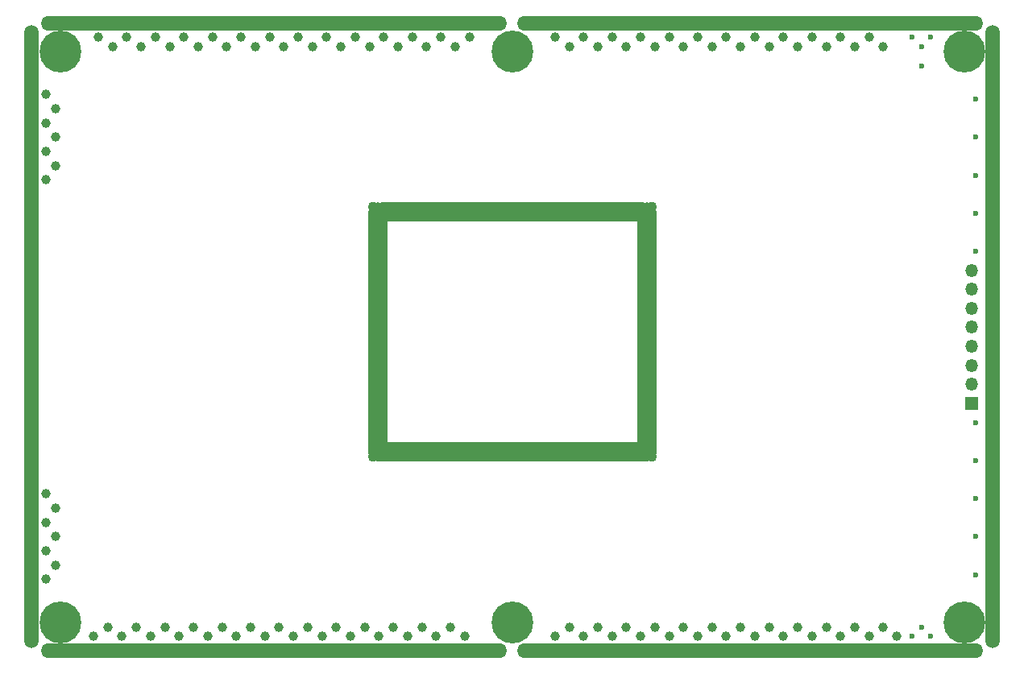
<source format=gbr>
%TF.GenerationSoftware,KiCad,Pcbnew,(5.99.0-10004-g132ec37b56)*%
%TF.CreationDate,2021-06-28T18:31:09+02:00*%
%TF.ProjectId,demo,64656d6f-2e6b-4696-9361-645f70636258,rev?*%
%TF.SameCoordinates,Original*%
%TF.FileFunction,Copper,L4,Bot*%
%TF.FilePolarity,Positive*%
%FSLAX46Y46*%
G04 Gerber Fmt 4.6, Leading zero omitted, Abs format (unit mm)*
G04 Created by KiCad (PCBNEW (5.99.0-10004-g132ec37b56)) date 2021-06-28 18:31:09*
%MOMM*%
%LPD*%
G01*
G04 APERTURE LIST*
%TA.AperFunction,ComponentPad*%
%ADD10C,0.700000*%
%TD*%
%TA.AperFunction,ComponentPad*%
%ADD11C,4.400000*%
%TD*%
%TA.AperFunction,ComponentPad*%
%ADD12C,1.100000*%
%TD*%
%TA.AperFunction,ComponentPad*%
%ADD13O,2.000000X27.200000*%
%TD*%
%TA.AperFunction,ComponentPad*%
%ADD14O,29.300000X2.000000*%
%TD*%
%TA.AperFunction,ComponentPad*%
%ADD15O,30.300000X2.000000*%
%TD*%
%TA.AperFunction,ComponentPad*%
%ADD16O,49.000000X1.524000*%
%TD*%
%TA.AperFunction,ComponentPad*%
%ADD17O,1.524000X65.500000*%
%TD*%
%TA.AperFunction,ComponentPad*%
%ADD18R,1.350000X1.350000*%
%TD*%
%TA.AperFunction,ComponentPad*%
%ADD19O,1.350000X1.350000*%
%TD*%
%TA.AperFunction,ViaPad*%
%ADD20C,0.600000*%
%TD*%
%TA.AperFunction,ViaPad*%
%ADD21C,1.000000*%
%TD*%
G04 APERTURE END LIST*
D10*
%TO.P,H10,1,1*%
%TO.N,GND*%
X158416726Y-68716726D03*
X157250000Y-65900000D03*
X158900000Y-67550000D03*
X156083274Y-66383274D03*
X156083274Y-68716726D03*
X155600000Y-67550000D03*
X158416726Y-66383274D03*
X157250000Y-69200000D03*
D11*
X157250000Y-67550000D03*
%TD*%
D10*
%TO.P,H9,1,1*%
%TO.N,GND*%
X158416726Y-126383274D03*
D11*
X157250000Y-127550000D03*
D10*
X158900000Y-127550000D03*
X157250000Y-125900000D03*
X157250000Y-129200000D03*
X158416726Y-128716726D03*
X156083274Y-128716726D03*
X155600000Y-127550000D03*
X156083274Y-126383274D03*
%TD*%
D12*
%TO.P,REF\u002A\u002A,1*%
%TO.N,N/C*%
X219400000Y-83900000D03*
D13*
X190600000Y-97000000D03*
D14*
X204750000Y-84400000D03*
D12*
X190100000Y-83900000D03*
D13*
X218900000Y-97000000D03*
D12*
X190100000Y-110100000D03*
X219400000Y-110100000D03*
D15*
X204750000Y-109600000D03*
%TD*%
D10*
%TO.P,H7,1,1*%
%TO.N,+BATT*%
X203583274Y-68716726D03*
X205916726Y-68716726D03*
X203100000Y-67550000D03*
X204750000Y-69200000D03*
D11*
X204750000Y-67550000D03*
D10*
X206400000Y-67550000D03*
X204750000Y-65900000D03*
X203583274Y-66383274D03*
X205916726Y-66383274D03*
%TD*%
%TO.P,H11,1,1*%
%TO.N,+BATT*%
X203583274Y-128716726D03*
X205916726Y-128716726D03*
X203583274Y-126383274D03*
X205916726Y-126383274D03*
X206400000Y-127550000D03*
X203100000Y-127550000D03*
X204750000Y-125900000D03*
X204750000Y-129200000D03*
D11*
X204750000Y-127550000D03*
%TD*%
D10*
%TO.P,H12,1,1*%
%TO.N,GND*%
X251083274Y-66383274D03*
X252250000Y-65900000D03*
D11*
X252250000Y-67550000D03*
D10*
X252250000Y-69200000D03*
X250600000Y-67550000D03*
X251083274Y-68716726D03*
X253900000Y-67550000D03*
X253416726Y-68716726D03*
X253416726Y-66383274D03*
%TD*%
D16*
%TO.P,REF\u002A\u002A,1*%
%TO.N,N/C*%
X229750000Y-130550000D03*
X229750000Y-64550000D03*
X179750000Y-130550000D03*
D17*
X154250000Y-97550000D03*
D16*
X179750000Y-64550000D03*
D17*
X255250000Y-97550000D03*
%TD*%
D10*
%TO.P,H8,1,1*%
%TO.N,GND*%
X253900000Y-127550000D03*
X253416726Y-126383274D03*
X251083274Y-128716726D03*
X252250000Y-129200000D03*
X252250000Y-125900000D03*
X253416726Y-128716726D03*
X250600000Y-127550000D03*
D11*
X252250000Y-127550000D03*
D10*
X251083274Y-126383274D03*
%TD*%
D18*
%TO.P,J5,1,Pin_1*%
%TO.N,GND*%
X253050000Y-104550000D03*
D19*
%TO.P,J5,2,Pin_2*%
%TO.N,LS_LED_PWM*%
X253050000Y-102550000D03*
%TO.P,J5,3,Pin_3*%
%TO.N,+3V3*%
X253050000Y-100550000D03*
%TO.P,J5,4,Pin_4*%
%TO.N,LS_LED_NTC*%
X253050000Y-98550000D03*
%TO.P,J5,5,Pin_5*%
%TO.N,GND*%
X253050000Y-96550000D03*
%TO.P,J5,6,Pin_6*%
%TO.N,LS_WS_SDAT*%
X253050000Y-94550000D03*
%TO.P,J5,7,Pin_7*%
%TO.N,LS_WS_LDAT*%
X253050000Y-92550000D03*
%TO.P,J5,8,Pin_8*%
%TO.N,LS_WS_POWER*%
X253050000Y-90550000D03*
%TD*%
D20*
%TO.N,GND*%
X248750000Y-129050000D03*
X253450000Y-122550000D03*
X248750000Y-66050000D03*
X247750000Y-67050000D03*
X247750000Y-69050000D03*
X246750000Y-129050000D03*
X247750000Y-128050000D03*
X253450000Y-114550000D03*
X253450000Y-84550000D03*
X253450000Y-110550000D03*
X253450000Y-76550000D03*
X253450000Y-118550000D03*
X253450000Y-106550000D03*
X246750000Y-66050000D03*
X253450000Y-80550000D03*
X253450000Y-72550000D03*
X253450000Y-88550000D03*
D21*
%TO.N,Net-(D10-Pad1)*%
X180250000Y-128050000D03*
X196750000Y-129050000D03*
X168750000Y-67050000D03*
X164250000Y-66050000D03*
X236250000Y-129050000D03*
X221250000Y-66050000D03*
X245200000Y-129050000D03*
X156750000Y-121550000D03*
X225750000Y-128050000D03*
X215250000Y-129050000D03*
X180750000Y-67050000D03*
X177250000Y-128050000D03*
X155750000Y-120050000D03*
X182250000Y-66050000D03*
X156750000Y-118550000D03*
X209250000Y-66050000D03*
X228750000Y-67050000D03*
X155750000Y-78050000D03*
X221250000Y-129050000D03*
X174750000Y-67050000D03*
X160750000Y-129050000D03*
X233250000Y-129050000D03*
X174250000Y-128050000D03*
X230250000Y-129050000D03*
X192750000Y-67050000D03*
X200250000Y-66050000D03*
X194250000Y-66050000D03*
X210750000Y-67050000D03*
X212250000Y-129050000D03*
X168250000Y-128050000D03*
X224250000Y-66050000D03*
X234750000Y-128050000D03*
X162250000Y-128050000D03*
X156750000Y-73550000D03*
X227250000Y-129050000D03*
X156750000Y-79550000D03*
X240750000Y-67050000D03*
X230250000Y-66050000D03*
X178750000Y-129050000D03*
X237750000Y-128050000D03*
X181750000Y-129050000D03*
X155750000Y-75050000D03*
X197250000Y-66050000D03*
X192250000Y-128050000D03*
X155750000Y-72050000D03*
X155750000Y-81050000D03*
X243750000Y-128050000D03*
X179250000Y-66050000D03*
X225750000Y-67050000D03*
X156750000Y-76550000D03*
X242250000Y-66050000D03*
X184750000Y-129050000D03*
X163750000Y-129050000D03*
X189250000Y-128050000D03*
X216750000Y-67050000D03*
X183750000Y-67050000D03*
X155750000Y-114050000D03*
X218250000Y-66050000D03*
X198250000Y-128050000D03*
X185250000Y-66050000D03*
X231750000Y-67050000D03*
X213750000Y-67050000D03*
X176250000Y-66050000D03*
X227250000Y-66050000D03*
X177750000Y-67050000D03*
X189750000Y-67050000D03*
X171750000Y-67050000D03*
X165250000Y-128050000D03*
X199750000Y-129050000D03*
X170250000Y-66050000D03*
X240750000Y-128050000D03*
X166750000Y-129050000D03*
X172750000Y-129050000D03*
X155750000Y-123050000D03*
X190750000Y-129050000D03*
X213750000Y-128050000D03*
X165750000Y-67050000D03*
X228750000Y-128050000D03*
X183250000Y-128050000D03*
X193750000Y-129050000D03*
X212250000Y-66050000D03*
X222750000Y-128050000D03*
X167250000Y-66050000D03*
X175750000Y-129050000D03*
X215250000Y-66050000D03*
X219750000Y-67050000D03*
X171250000Y-128050000D03*
X210750000Y-128050000D03*
X187750000Y-129050000D03*
X198750000Y-67050000D03*
X231750000Y-128050000D03*
X188250000Y-66050000D03*
X224250000Y-129050000D03*
X237750000Y-67050000D03*
X233250000Y-66050000D03*
X173250000Y-66050000D03*
X243750000Y-67050000D03*
X234750000Y-67050000D03*
X236250000Y-66050000D03*
X195250000Y-128050000D03*
X155750000Y-117050000D03*
X242250000Y-129050000D03*
X195750000Y-67050000D03*
X169750000Y-129050000D03*
X162750000Y-67050000D03*
X239250000Y-129050000D03*
X219750000Y-128050000D03*
X218250000Y-129050000D03*
X161250000Y-66050000D03*
X156750000Y-115550000D03*
X222750000Y-67050000D03*
X209250000Y-129050000D03*
X186750000Y-67050000D03*
X216750000Y-128050000D03*
X186250000Y-128050000D03*
X191250000Y-66050000D03*
X239250000Y-66050000D03*
%TD*%
M02*

</source>
